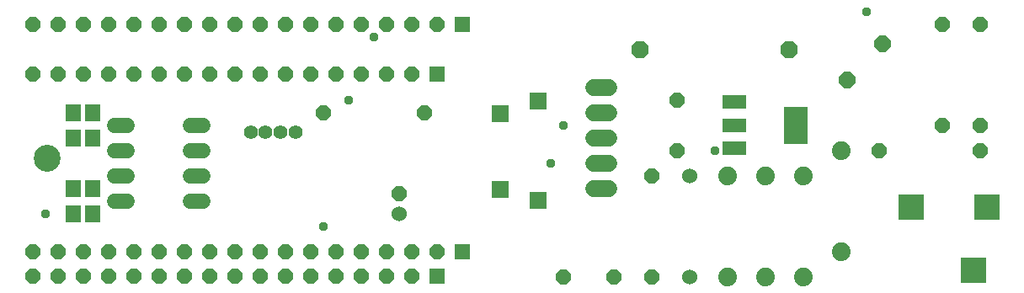
<source format=gbr>
G04 EAGLE Gerber RS-274X export*
G75*
%MOMM*%
%FSLAX34Y34*%
%LPD*%
%INSoldermask Top*%
%IPPOS*%
%AMOC8*
5,1,8,0,0,1.08239X$1,22.5*%
G01*
%ADD10C,2.703200*%
%ADD11P,1.649562X8X112.500000*%
%ADD12C,1.524000*%
%ADD13P,1.869504X8X202.500000*%
%ADD14P,1.649562X8X292.500000*%
%ADD15C,1.879600*%
%ADD16R,2.438200X1.422200*%
%ADD17R,2.403200X3.803200*%
%ADD18P,1.649562X8X22.500000*%
%ADD19P,1.649562X8X202.500000*%
%ADD20R,1.711200X1.711200*%
%ADD21C,1.411200*%
%ADD22C,1.524000*%
%ADD23R,2.603200X2.603200*%
%ADD24P,1.635708X8X202.500000*%
%ADD25R,1.511200X1.511200*%
%ADD26R,1.503200X1.803200*%
%ADD27P,1.743947X8X247.500000*%
%ADD28C,1.727200*%
%ADD29C,0.959600*%


D10*
X40000Y170000D03*
D11*
X393700Y134620D03*
D12*
X393700Y114300D03*
D13*
X786130Y279400D03*
X636270Y279400D03*
D14*
X673100Y228600D03*
X673100Y177800D03*
D15*
X762000Y152400D03*
X762000Y50800D03*
X723900Y50800D03*
X723900Y152400D03*
X800100Y152400D03*
X800100Y50800D03*
D16*
X731010Y226310D03*
X731010Y203200D03*
X731010Y180090D03*
D17*
X792990Y203200D03*
D14*
X939800Y304800D03*
X939800Y203200D03*
D11*
X977900Y203200D03*
X977900Y304800D03*
D18*
X876300Y177800D03*
X977900Y177800D03*
D19*
X609600Y50800D03*
X558800Y50800D03*
D20*
X495300Y138430D03*
X495300Y214630D03*
D21*
X289800Y195900D03*
X274800Y195900D03*
X259800Y195900D03*
X244800Y195900D03*
D22*
X120904Y203200D02*
X107696Y203200D01*
X107696Y177800D02*
X120904Y177800D01*
X120904Y152400D02*
X107696Y152400D01*
X107696Y127000D02*
X120904Y127000D01*
X183896Y127000D02*
X197104Y127000D01*
X197104Y152400D02*
X183896Y152400D01*
X183896Y177800D02*
X197104Y177800D01*
X197104Y203200D02*
X183896Y203200D01*
D23*
X971550Y57150D03*
D20*
X533400Y127800D03*
X533400Y227800D03*
D15*
X838200Y76200D03*
X838200Y177800D03*
D24*
X406400Y254160D03*
X381000Y254160D03*
X355600Y254160D03*
X330200Y254160D03*
X304800Y254160D03*
X279400Y254160D03*
X254000Y254160D03*
X228600Y254160D03*
X203200Y254160D03*
X177800Y254160D03*
X152400Y254160D03*
X127000Y254160D03*
X101600Y254160D03*
X76200Y254160D03*
X50800Y254160D03*
X25400Y254160D03*
X25400Y50960D03*
X50800Y50960D03*
X76200Y50960D03*
X101600Y50960D03*
X127000Y50960D03*
X152400Y50960D03*
X177800Y50960D03*
X203200Y50960D03*
X228600Y50960D03*
X254000Y50960D03*
X279400Y50960D03*
X304800Y50960D03*
X330200Y50960D03*
X355600Y50960D03*
X381000Y50960D03*
X406400Y50960D03*
D25*
X431800Y254160D03*
X431800Y50960D03*
D12*
X685800Y152400D03*
X685800Y50800D03*
D19*
X419100Y215900D03*
X317500Y215900D03*
D11*
X647700Y50800D03*
X647700Y152400D03*
D25*
X457200Y304800D03*
D24*
X431800Y304800D03*
X406400Y304800D03*
X381000Y304800D03*
X355600Y304800D03*
X330200Y304800D03*
X304800Y304800D03*
X279400Y304800D03*
X254000Y304800D03*
X228600Y304800D03*
X203200Y304800D03*
X177800Y304800D03*
X152400Y304800D03*
X127000Y304800D03*
X101600Y304800D03*
X76200Y304800D03*
X50800Y304800D03*
X25400Y304800D03*
X25400Y76200D03*
X50800Y76200D03*
X76200Y76200D03*
X101600Y76200D03*
X127000Y76200D03*
X152400Y76200D03*
X177800Y76200D03*
X203200Y76200D03*
X228600Y76200D03*
X254000Y76200D03*
X279400Y76200D03*
X304800Y76200D03*
X330200Y76200D03*
X355600Y76200D03*
X381000Y76200D03*
X406400Y76200D03*
X431800Y76200D03*
D25*
X457200Y76200D03*
D26*
X85700Y215900D03*
X66700Y215900D03*
X85700Y190500D03*
X66700Y190500D03*
X85700Y139700D03*
X66700Y139700D03*
X85700Y114300D03*
X66700Y114300D03*
D27*
X880291Y284661D03*
X844369Y248739D03*
D28*
X604520Y241300D02*
X589280Y241300D01*
X589280Y215900D02*
X604520Y215900D01*
X604520Y190500D02*
X589280Y190500D01*
X589280Y165100D02*
X604520Y165100D01*
X604520Y139700D02*
X589280Y139700D01*
D23*
X908700Y120650D03*
X984900Y120650D03*
D29*
X317500Y101600D03*
X342900Y228600D03*
X546100Y165100D03*
X863600Y317500D03*
X38100Y114300D03*
X558800Y203200D03*
X368300Y292100D03*
X711200Y177800D03*
M02*

</source>
